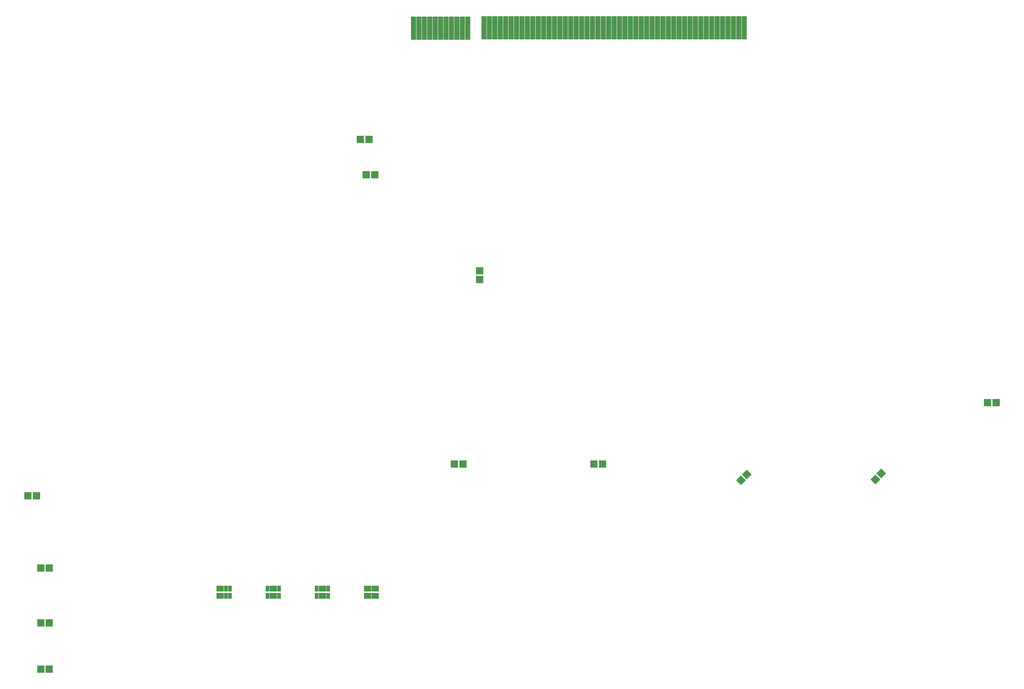
<source format=gbp>
G04 Layer_Color=128*
%FSLAX44Y44*%
%MOMM*%
G71*
G01*
G75*
%ADD61R,1.6700X1.6700*%
%ADD62R,0.8500X1.4000*%
%ADD64R,1.6700X1.6700*%
%ADD68R,1.2000X5.4800*%
%ADD101P,2.3617X4X90.0*%
D61*
X7317750Y6655000D02*
D03*
Y6635000D02*
D03*
D62*
X7078000Y5893000D02*
D03*
X7069000D02*
D03*
X7060000D02*
D03*
X7051000D02*
D03*
X7078000Y5910000D02*
D03*
X7069000D02*
D03*
X7060000D02*
D03*
X7051000D02*
D03*
X6705750D02*
D03*
X6714750D02*
D03*
X6723750D02*
D03*
X6732750D02*
D03*
X6705750Y5893000D02*
D03*
X6714750D02*
D03*
X6723750D02*
D03*
X6732750D02*
D03*
X6963250D02*
D03*
X6954250D02*
D03*
X6945250D02*
D03*
X6936250D02*
D03*
X6963250Y5910000D02*
D03*
X6954250D02*
D03*
X6945250D02*
D03*
X6936250D02*
D03*
X6821000D02*
D03*
X6830000D02*
D03*
X6839000D02*
D03*
X6848000D02*
D03*
X6821000Y5893000D02*
D03*
X6830000D02*
D03*
X6839000D02*
D03*
X6848000D02*
D03*
D64*
X8528000Y6346000D02*
D03*
X8508000D02*
D03*
X6290000Y5958000D02*
D03*
X6310000D02*
D03*
X6290000Y5830000D02*
D03*
X6310000D02*
D03*
X6290000Y5721500D02*
D03*
X6310000D02*
D03*
X7279000Y6202000D02*
D03*
X7259000D02*
D03*
X7606000D02*
D03*
X7586000D02*
D03*
X7039000Y6963000D02*
D03*
X7059000D02*
D03*
X7052250Y6880000D02*
D03*
X7072250D02*
D03*
X6280000Y6128000D02*
D03*
X6260000D02*
D03*
D68*
X7163000Y7224000D02*
D03*
X7175700D02*
D03*
X7188400D02*
D03*
X7201100D02*
D03*
X7213800D02*
D03*
X7226500D02*
D03*
X7239200D02*
D03*
X7251900D02*
D03*
X7264600D02*
D03*
X7277300D02*
D03*
X7290000D02*
D03*
X7328200Y7224600D02*
D03*
X7340900D02*
D03*
X7353600D02*
D03*
X7366300D02*
D03*
X7379000D02*
D03*
X7391700D02*
D03*
X7404400D02*
D03*
X7417100D02*
D03*
X7429800D02*
D03*
X7442500D02*
D03*
X7455200D02*
D03*
X7467900D02*
D03*
X7480600D02*
D03*
X7493300D02*
D03*
X7506000D02*
D03*
X7518700D02*
D03*
X7531400D02*
D03*
X7544100D02*
D03*
X7556800D02*
D03*
X7569500D02*
D03*
X7582200D02*
D03*
X7594900D02*
D03*
X7607600D02*
D03*
X7620300D02*
D03*
X7633000D02*
D03*
X7645700D02*
D03*
X7658400D02*
D03*
X7671100D02*
D03*
X7683800D02*
D03*
X7696500D02*
D03*
X7709200D02*
D03*
X7721900D02*
D03*
X7734600D02*
D03*
X7747300D02*
D03*
X7760000D02*
D03*
X7772700D02*
D03*
X7785400D02*
D03*
X7810800D02*
D03*
X7823500D02*
D03*
X7836200D02*
D03*
X7848900D02*
D03*
X7861600D02*
D03*
X7874300D02*
D03*
X7887000D02*
D03*
X7899700D02*
D03*
X7912400D02*
D03*
X7925100D02*
D03*
X7937800D02*
D03*
X7798000D02*
D03*
D101*
X8259000Y6180000D02*
D03*
X8244858Y6165858D02*
D03*
X7944000Y6178000D02*
D03*
X7929858Y6163858D02*
D03*
M02*

</source>
